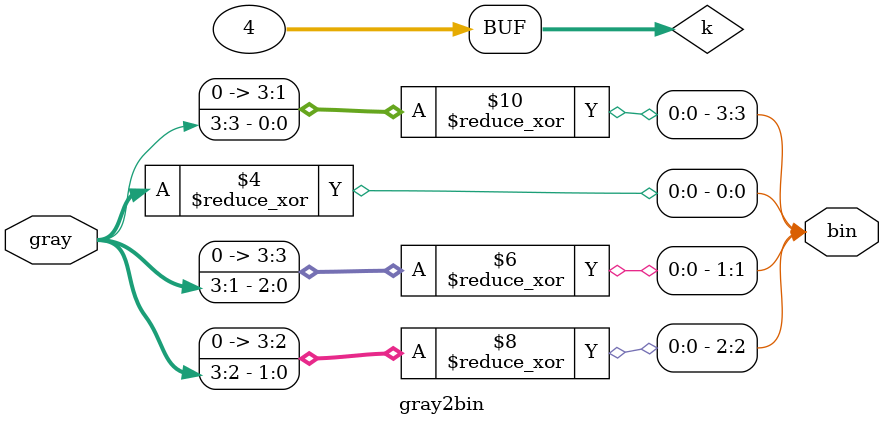
<source format=v>
`timescale 1ns / 1ps


module gray2bin #
(
    parameter SIZE = 4
)
(
    input      [SIZE-1:0] gray,
    output reg [SIZE-1:0] bin
);

    integer k;

    always @* begin // combinational logic
        for (k = 0; k < SIZE; k = k+1) begin
            bin[k] = ^(gray >> k);
        end
    end

endmodule

</source>
